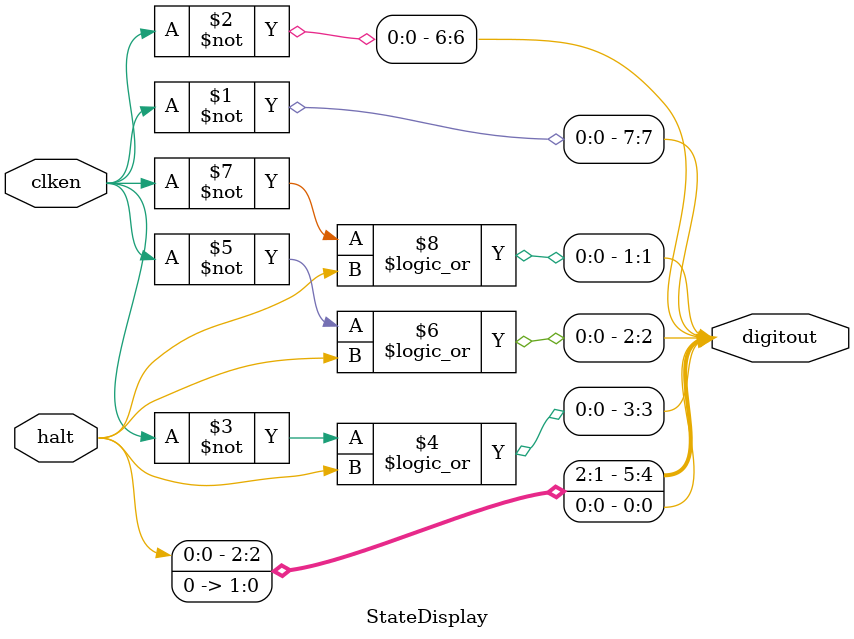
<source format=v>
module StateDisplay (clken,halt,digitout);
    input clken,halt;
    output[7:0] digitout;
    
    assign digitout[7]=(~clken);
    assign digitout[6]=(~clken);
    assign digitout[5]=halt;
    assign digitout[4]=1'b0;
    assign digitout[3]=(~clken)||halt;
    assign digitout[2]=(~clken)||halt;
    assign digitout[1]=(~clken)||halt;
    assign digitout[0]=1'b0;
    //From 7 to 0: from a to g, plus dot
endmodule //StateDisplay
</source>
